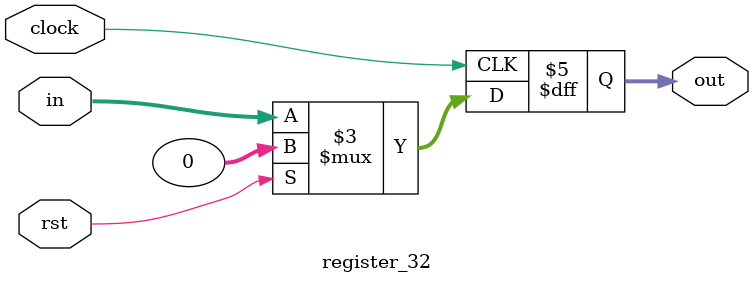
<source format=v>
module register_32(in, rst, out, clock);
input rst, clock;
output reg [31:0] out;
input [31:0] in;

always @ (posedge clock)
	if (rst)
		out <= 32'b0;
	else
		out <= in;

endmodule

</source>
